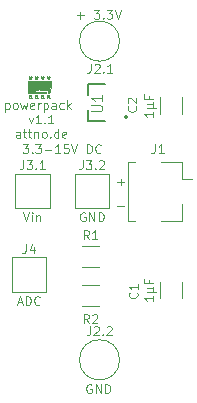
<source format=gbr>
%TF.GenerationSoftware,KiCad,Pcbnew,(5.1.8)-1*%
%TF.CreationDate,2021-05-26T18:46:05+02:00*%
%TF.ProjectId,powerpack,706f7765-7270-4616-936b-2e6b69636164,rev?*%
%TF.SameCoordinates,Original*%
%TF.FileFunction,Legend,Top*%
%TF.FilePolarity,Positive*%
%FSLAX46Y46*%
G04 Gerber Fmt 4.6, Leading zero omitted, Abs format (unit mm)*
G04 Created by KiCad (PCBNEW (5.1.8)-1) date 2021-05-26 18:46:05*
%MOMM*%
%LPD*%
G01*
G04 APERTURE LIST*
%ADD10C,0.075000*%
%ADD11C,0.100000*%
%ADD12C,0.010000*%
%ADD13C,0.120000*%
%ADD14C,0.200000*%
%ADD15C,0.127000*%
%ADD16C,0.015000*%
G04 APERTURE END LIST*
D10*
X176447485Y-33835571D02*
X177018914Y-33835571D01*
X176733200Y-34121285D02*
X176733200Y-33549857D01*
X176447485Y-35829471D02*
X177018914Y-35829471D01*
X173042485Y-19738571D02*
X173613914Y-19738571D01*
X173328200Y-20024285D02*
X173328200Y-19452857D01*
X174471057Y-19274285D02*
X174935342Y-19274285D01*
X174685342Y-19560000D01*
X174792485Y-19560000D01*
X174863914Y-19595714D01*
X174899628Y-19631428D01*
X174935342Y-19702857D01*
X174935342Y-19881428D01*
X174899628Y-19952857D01*
X174863914Y-19988571D01*
X174792485Y-20024285D01*
X174578200Y-20024285D01*
X174506771Y-19988571D01*
X174471057Y-19952857D01*
X175256771Y-19952857D02*
X175292485Y-19988571D01*
X175256771Y-20024285D01*
X175221057Y-19988571D01*
X175256771Y-19952857D01*
X175256771Y-20024285D01*
X175542485Y-19274285D02*
X176006771Y-19274285D01*
X175756771Y-19560000D01*
X175863914Y-19560000D01*
X175935342Y-19595714D01*
X175971057Y-19631428D01*
X176006771Y-19702857D01*
X176006771Y-19881428D01*
X175971057Y-19952857D01*
X175935342Y-19988571D01*
X175863914Y-20024285D01*
X175649628Y-20024285D01*
X175578200Y-19988571D01*
X175542485Y-19952857D01*
X176221057Y-19274285D02*
X176471057Y-20024285D01*
X176721057Y-19274285D01*
X174256771Y-50983800D02*
X174185342Y-50948085D01*
X174078200Y-50948085D01*
X173971057Y-50983800D01*
X173899628Y-51055228D01*
X173863914Y-51126657D01*
X173828200Y-51269514D01*
X173828200Y-51376657D01*
X173863914Y-51519514D01*
X173899628Y-51590942D01*
X173971057Y-51662371D01*
X174078200Y-51698085D01*
X174149628Y-51698085D01*
X174256771Y-51662371D01*
X174292485Y-51626657D01*
X174292485Y-51376657D01*
X174149628Y-51376657D01*
X174613914Y-51698085D02*
X174613914Y-50948085D01*
X175042485Y-51698085D01*
X175042485Y-50948085D01*
X175399628Y-51698085D02*
X175399628Y-50948085D01*
X175578200Y-50948085D01*
X175685342Y-50983800D01*
X175756771Y-51055228D01*
X175792485Y-51126657D01*
X175828200Y-51269514D01*
X175828200Y-51376657D01*
X175792485Y-51519514D01*
X175756771Y-51590942D01*
X175685342Y-51662371D01*
X175578200Y-51698085D01*
X175399628Y-51698085D01*
D11*
X166964285Y-27154285D02*
X166964285Y-27904285D01*
X166964285Y-27190000D02*
X167035714Y-27154285D01*
X167178571Y-27154285D01*
X167250000Y-27190000D01*
X167285714Y-27225714D01*
X167321428Y-27297142D01*
X167321428Y-27511428D01*
X167285714Y-27582857D01*
X167250000Y-27618571D01*
X167178571Y-27654285D01*
X167035714Y-27654285D01*
X166964285Y-27618571D01*
X167750000Y-27654285D02*
X167678571Y-27618571D01*
X167642857Y-27582857D01*
X167607142Y-27511428D01*
X167607142Y-27297142D01*
X167642857Y-27225714D01*
X167678571Y-27190000D01*
X167750000Y-27154285D01*
X167857142Y-27154285D01*
X167928571Y-27190000D01*
X167964285Y-27225714D01*
X168000000Y-27297142D01*
X168000000Y-27511428D01*
X167964285Y-27582857D01*
X167928571Y-27618571D01*
X167857142Y-27654285D01*
X167750000Y-27654285D01*
X168250000Y-27154285D02*
X168392857Y-27654285D01*
X168535714Y-27297142D01*
X168678571Y-27654285D01*
X168821428Y-27154285D01*
X169392857Y-27618571D02*
X169321428Y-27654285D01*
X169178571Y-27654285D01*
X169107142Y-27618571D01*
X169071428Y-27547142D01*
X169071428Y-27261428D01*
X169107142Y-27190000D01*
X169178571Y-27154285D01*
X169321428Y-27154285D01*
X169392857Y-27190000D01*
X169428571Y-27261428D01*
X169428571Y-27332857D01*
X169071428Y-27404285D01*
X169750000Y-27654285D02*
X169750000Y-27154285D01*
X169750000Y-27297142D02*
X169785714Y-27225714D01*
X169821428Y-27190000D01*
X169892857Y-27154285D01*
X169964285Y-27154285D01*
X170214285Y-27154285D02*
X170214285Y-27904285D01*
X170214285Y-27190000D02*
X170285714Y-27154285D01*
X170428571Y-27154285D01*
X170500000Y-27190000D01*
X170535714Y-27225714D01*
X170571428Y-27297142D01*
X170571428Y-27511428D01*
X170535714Y-27582857D01*
X170500000Y-27618571D01*
X170428571Y-27654285D01*
X170285714Y-27654285D01*
X170214285Y-27618571D01*
X171214285Y-27654285D02*
X171214285Y-27261428D01*
X171178571Y-27190000D01*
X171107142Y-27154285D01*
X170964285Y-27154285D01*
X170892857Y-27190000D01*
X171214285Y-27618571D02*
X171142857Y-27654285D01*
X170964285Y-27654285D01*
X170892857Y-27618571D01*
X170857142Y-27547142D01*
X170857142Y-27475714D01*
X170892857Y-27404285D01*
X170964285Y-27368571D01*
X171142857Y-27368571D01*
X171214285Y-27332857D01*
X171892857Y-27618571D02*
X171821428Y-27654285D01*
X171678571Y-27654285D01*
X171607142Y-27618571D01*
X171571428Y-27582857D01*
X171535714Y-27511428D01*
X171535714Y-27297142D01*
X171571428Y-27225714D01*
X171607142Y-27190000D01*
X171678571Y-27154285D01*
X171821428Y-27154285D01*
X171892857Y-27190000D01*
X172214285Y-27654285D02*
X172214285Y-26904285D01*
X172285714Y-27368571D02*
X172500000Y-27654285D01*
X172500000Y-27154285D02*
X172214285Y-27440000D01*
X168928571Y-28379285D02*
X169107142Y-28879285D01*
X169285714Y-28379285D01*
X169964285Y-28879285D02*
X169535714Y-28879285D01*
X169750000Y-28879285D02*
X169750000Y-28129285D01*
X169678571Y-28236428D01*
X169607142Y-28307857D01*
X169535714Y-28343571D01*
X170285714Y-28807857D02*
X170321428Y-28843571D01*
X170285714Y-28879285D01*
X170250000Y-28843571D01*
X170285714Y-28807857D01*
X170285714Y-28879285D01*
X171035714Y-28879285D02*
X170607142Y-28879285D01*
X170821428Y-28879285D02*
X170821428Y-28129285D01*
X170750000Y-28236428D01*
X170678571Y-28307857D01*
X170607142Y-28343571D01*
X168214285Y-30104285D02*
X168214285Y-29711428D01*
X168178571Y-29640000D01*
X168107142Y-29604285D01*
X167964285Y-29604285D01*
X167892857Y-29640000D01*
X168214285Y-30068571D02*
X168142857Y-30104285D01*
X167964285Y-30104285D01*
X167892857Y-30068571D01*
X167857142Y-29997142D01*
X167857142Y-29925714D01*
X167892857Y-29854285D01*
X167964285Y-29818571D01*
X168142857Y-29818571D01*
X168214285Y-29782857D01*
X168464285Y-29604285D02*
X168750000Y-29604285D01*
X168571428Y-29354285D02*
X168571428Y-29997142D01*
X168607142Y-30068571D01*
X168678571Y-30104285D01*
X168750000Y-30104285D01*
X168892857Y-29604285D02*
X169178571Y-29604285D01*
X169000000Y-29354285D02*
X169000000Y-29997142D01*
X169035714Y-30068571D01*
X169107142Y-30104285D01*
X169178571Y-30104285D01*
X169428571Y-29604285D02*
X169428571Y-30104285D01*
X169428571Y-29675714D02*
X169464285Y-29640000D01*
X169535714Y-29604285D01*
X169642857Y-29604285D01*
X169714285Y-29640000D01*
X169750000Y-29711428D01*
X169750000Y-30104285D01*
X170214285Y-30104285D02*
X170142857Y-30068571D01*
X170107142Y-30032857D01*
X170071428Y-29961428D01*
X170071428Y-29747142D01*
X170107142Y-29675714D01*
X170142857Y-29640000D01*
X170214285Y-29604285D01*
X170321428Y-29604285D01*
X170392857Y-29640000D01*
X170428571Y-29675714D01*
X170464285Y-29747142D01*
X170464285Y-29961428D01*
X170428571Y-30032857D01*
X170392857Y-30068571D01*
X170321428Y-30104285D01*
X170214285Y-30104285D01*
X170785714Y-30032857D02*
X170821428Y-30068571D01*
X170785714Y-30104285D01*
X170750000Y-30068571D01*
X170785714Y-30032857D01*
X170785714Y-30104285D01*
X171464285Y-30104285D02*
X171464285Y-29354285D01*
X171464285Y-30068571D02*
X171392857Y-30104285D01*
X171250000Y-30104285D01*
X171178571Y-30068571D01*
X171142857Y-30032857D01*
X171107142Y-29961428D01*
X171107142Y-29747142D01*
X171142857Y-29675714D01*
X171178571Y-29640000D01*
X171250000Y-29604285D01*
X171392857Y-29604285D01*
X171464285Y-29640000D01*
X172107142Y-30068571D02*
X172035714Y-30104285D01*
X171892857Y-30104285D01*
X171821428Y-30068571D01*
X171785714Y-29997142D01*
X171785714Y-29711428D01*
X171821428Y-29640000D01*
X171892857Y-29604285D01*
X172035714Y-29604285D01*
X172107142Y-29640000D01*
X172142857Y-29711428D01*
X172142857Y-29782857D01*
X171785714Y-29854285D01*
X168446071Y-30640785D02*
X168910357Y-30640785D01*
X168660357Y-30926500D01*
X168767500Y-30926500D01*
X168838928Y-30962214D01*
X168874642Y-30997928D01*
X168910357Y-31069357D01*
X168910357Y-31247928D01*
X168874642Y-31319357D01*
X168838928Y-31355071D01*
X168767500Y-31390785D01*
X168553214Y-31390785D01*
X168481785Y-31355071D01*
X168446071Y-31319357D01*
X169231785Y-31319357D02*
X169267500Y-31355071D01*
X169231785Y-31390785D01*
X169196071Y-31355071D01*
X169231785Y-31319357D01*
X169231785Y-31390785D01*
X169517500Y-30640785D02*
X169981785Y-30640785D01*
X169731785Y-30926500D01*
X169838928Y-30926500D01*
X169910357Y-30962214D01*
X169946071Y-30997928D01*
X169981785Y-31069357D01*
X169981785Y-31247928D01*
X169946071Y-31319357D01*
X169910357Y-31355071D01*
X169838928Y-31390785D01*
X169624642Y-31390785D01*
X169553214Y-31355071D01*
X169517500Y-31319357D01*
X170303214Y-31105071D02*
X170874642Y-31105071D01*
X171624642Y-31390785D02*
X171196071Y-31390785D01*
X171410357Y-31390785D02*
X171410357Y-30640785D01*
X171338928Y-30747928D01*
X171267500Y-30819357D01*
X171196071Y-30855071D01*
X172303214Y-30640785D02*
X171946071Y-30640785D01*
X171910357Y-30997928D01*
X171946071Y-30962214D01*
X172017500Y-30926500D01*
X172196071Y-30926500D01*
X172267500Y-30962214D01*
X172303214Y-30997928D01*
X172338928Y-31069357D01*
X172338928Y-31247928D01*
X172303214Y-31319357D01*
X172267500Y-31355071D01*
X172196071Y-31390785D01*
X172017500Y-31390785D01*
X171946071Y-31355071D01*
X171910357Y-31319357D01*
X172553214Y-30640785D02*
X172803214Y-31390785D01*
X173053214Y-30640785D01*
X173874642Y-31390785D02*
X173874642Y-30640785D01*
X174053214Y-30640785D01*
X174160357Y-30676500D01*
X174231785Y-30747928D01*
X174267500Y-30819357D01*
X174303214Y-30962214D01*
X174303214Y-31069357D01*
X174267500Y-31212214D01*
X174231785Y-31283642D01*
X174160357Y-31355071D01*
X174053214Y-31390785D01*
X173874642Y-31390785D01*
X175053214Y-31319357D02*
X175017500Y-31355071D01*
X174910357Y-31390785D01*
X174838928Y-31390785D01*
X174731785Y-31355071D01*
X174660357Y-31283642D01*
X174624642Y-31212214D01*
X174588928Y-31069357D01*
X174588928Y-30962214D01*
X174624642Y-30819357D01*
X174660357Y-30747928D01*
X174731785Y-30676500D01*
X174838928Y-30640785D01*
X174910357Y-30640785D01*
X175017500Y-30676500D01*
X175053214Y-30712214D01*
D12*
%TO.C,G\u002A\u002A\u002A*%
G36*
X169018000Y-26689000D02*
G01*
X168975666Y-26731334D01*
X168933333Y-26689000D01*
X168975666Y-26646667D01*
X169018000Y-26689000D01*
G37*
X169018000Y-26689000D02*
X168975666Y-26731334D01*
X168933333Y-26689000D01*
X168975666Y-26646667D01*
X169018000Y-26689000D01*
G36*
X169187333Y-26689000D02*
G01*
X169145000Y-26731334D01*
X169102666Y-26689000D01*
X169145000Y-26646667D01*
X169187333Y-26689000D01*
G37*
X169187333Y-26689000D02*
X169145000Y-26731334D01*
X169102666Y-26689000D01*
X169145000Y-26646667D01*
X169187333Y-26689000D01*
G36*
X169526000Y-26689000D02*
G01*
X169483666Y-26731334D01*
X169441333Y-26689000D01*
X169483666Y-26646667D01*
X169526000Y-26689000D01*
G37*
X169526000Y-26689000D02*
X169483666Y-26731334D01*
X169441333Y-26689000D01*
X169483666Y-26646667D01*
X169526000Y-26689000D01*
G36*
X169695333Y-26689000D02*
G01*
X169653000Y-26731334D01*
X169610666Y-26689000D01*
X169653000Y-26646667D01*
X169695333Y-26689000D01*
G37*
X169695333Y-26689000D02*
X169653000Y-26731334D01*
X169610666Y-26689000D01*
X169653000Y-26646667D01*
X169695333Y-26689000D01*
G36*
X170034000Y-26689000D02*
G01*
X169991666Y-26731334D01*
X169949333Y-26689000D01*
X169991666Y-26646667D01*
X170034000Y-26689000D01*
G37*
X170034000Y-26689000D02*
X169991666Y-26731334D01*
X169949333Y-26689000D01*
X169991666Y-26646667D01*
X170034000Y-26689000D01*
G36*
X170203333Y-26689000D02*
G01*
X170161000Y-26731334D01*
X170118666Y-26689000D01*
X170161000Y-26646667D01*
X170203333Y-26689000D01*
G37*
X170203333Y-26689000D02*
X170161000Y-26731334D01*
X170118666Y-26689000D01*
X170161000Y-26646667D01*
X170203333Y-26689000D01*
G36*
X170692110Y-26505785D02*
G01*
X170669000Y-26543115D01*
X170536910Y-26664488D01*
X170520833Y-26682930D01*
X170468024Y-26683665D01*
X170457333Y-26618445D01*
X170526278Y-26499514D01*
X170605500Y-26478630D01*
X170692110Y-26505785D01*
G37*
X170692110Y-26505785D02*
X170669000Y-26543115D01*
X170536910Y-26664488D01*
X170520833Y-26682930D01*
X170468024Y-26683665D01*
X170457333Y-26618445D01*
X170526278Y-26499514D01*
X170605500Y-26478630D01*
X170692110Y-26505785D01*
G36*
X170711333Y-26689000D02*
G01*
X170669000Y-26731334D01*
X170626666Y-26689000D01*
X170669000Y-26646667D01*
X170711333Y-26689000D01*
G37*
X170711333Y-26689000D02*
X170669000Y-26731334D01*
X170626666Y-26689000D01*
X170669000Y-26646667D01*
X170711333Y-26689000D01*
G36*
X169164402Y-26510847D02*
G01*
X169139151Y-26549329D01*
X169053277Y-26555316D01*
X168962935Y-26534639D01*
X169002124Y-26504163D01*
X169134448Y-26494070D01*
X169164402Y-26510847D01*
G37*
X169164402Y-26510847D02*
X169139151Y-26549329D01*
X169053277Y-26555316D01*
X168962935Y-26534639D01*
X169002124Y-26504163D01*
X169134448Y-26494070D01*
X169164402Y-26510847D01*
G36*
X169672402Y-26510847D02*
G01*
X169647151Y-26549329D01*
X169561277Y-26555316D01*
X169470935Y-26534639D01*
X169510125Y-26504163D01*
X169642448Y-26494070D01*
X169672402Y-26510847D01*
G37*
X169672402Y-26510847D02*
X169647151Y-26549329D01*
X169561277Y-26555316D01*
X169470935Y-26534639D01*
X169510125Y-26504163D01*
X169642448Y-26494070D01*
X169672402Y-26510847D01*
G36*
X170180402Y-26510847D02*
G01*
X170155151Y-26549329D01*
X170069277Y-26555316D01*
X169978935Y-26534639D01*
X170018125Y-26504163D01*
X170150448Y-26494070D01*
X170180402Y-26510847D01*
G37*
X170180402Y-26510847D02*
X170155151Y-26549329D01*
X170069277Y-26555316D01*
X169978935Y-26534639D01*
X170018125Y-26504163D01*
X170150448Y-26494070D01*
X170180402Y-26510847D01*
G36*
X170796000Y-25800000D02*
G01*
X170788745Y-26085976D01*
X170759782Y-26239520D01*
X170698306Y-26297179D01*
X170647833Y-26301316D01*
X170567600Y-26279632D01*
X170605500Y-26251927D01*
X170712080Y-26175973D01*
X170669882Y-26110734D01*
X170499358Y-26072826D01*
X170380554Y-26069179D01*
X170144811Y-26058979D01*
X169980393Y-26027970D01*
X169961115Y-26018948D01*
X169826243Y-25996590D01*
X169643808Y-26023236D01*
X169490811Y-26081088D01*
X169441333Y-26139089D01*
X169518024Y-26176191D01*
X169716261Y-26202793D01*
X169918048Y-26211515D01*
X170186422Y-26222085D01*
X170378806Y-26243382D01*
X170440159Y-26262605D01*
X170381740Y-26281850D01*
X170187805Y-26297049D01*
X169892160Y-26306216D01*
X169667111Y-26308000D01*
X168848666Y-26308000D01*
X168848666Y-25292000D01*
X170796000Y-25292000D01*
X170796000Y-25800000D01*
G37*
X170796000Y-25800000D02*
X170788745Y-26085976D01*
X170759782Y-26239520D01*
X170698306Y-26297179D01*
X170647833Y-26301316D01*
X170567600Y-26279632D01*
X170605500Y-26251927D01*
X170712080Y-26175973D01*
X170669882Y-26110734D01*
X170499358Y-26072826D01*
X170380554Y-26069179D01*
X170144811Y-26058979D01*
X169980393Y-26027970D01*
X169961115Y-26018948D01*
X169826243Y-25996590D01*
X169643808Y-26023236D01*
X169490811Y-26081088D01*
X169441333Y-26139089D01*
X169518024Y-26176191D01*
X169716261Y-26202793D01*
X169918048Y-26211515D01*
X170186422Y-26222085D01*
X170378806Y-26243382D01*
X170440159Y-26262605D01*
X170381740Y-26281850D01*
X170187805Y-26297049D01*
X169892160Y-26306216D01*
X169667111Y-26308000D01*
X168848666Y-26308000D01*
X168848666Y-25292000D01*
X170796000Y-25292000D01*
X170796000Y-25800000D01*
G36*
X169164402Y-25071514D02*
G01*
X169139151Y-25109996D01*
X169053277Y-25115983D01*
X168962935Y-25095305D01*
X169002124Y-25064830D01*
X169134448Y-25054736D01*
X169164402Y-25071514D01*
G37*
X169164402Y-25071514D02*
X169139151Y-25109996D01*
X169053277Y-25115983D01*
X168962935Y-25095305D01*
X169002124Y-25064830D01*
X169134448Y-25054736D01*
X169164402Y-25071514D01*
G36*
X169672402Y-25071514D02*
G01*
X169647151Y-25109996D01*
X169561277Y-25115983D01*
X169470935Y-25095305D01*
X169510125Y-25064830D01*
X169642448Y-25054736D01*
X169672402Y-25071514D01*
G37*
X169672402Y-25071514D02*
X169647151Y-25109996D01*
X169561277Y-25115983D01*
X169470935Y-25095305D01*
X169510125Y-25064830D01*
X169642448Y-25054736D01*
X169672402Y-25071514D01*
G36*
X170015114Y-24911000D02*
G01*
X170136488Y-25043089D01*
X170154929Y-25059167D01*
X170155665Y-25111976D01*
X170090444Y-25122667D01*
X169971513Y-25053722D01*
X169950629Y-24974500D01*
X169977784Y-24887890D01*
X170015114Y-24911000D01*
G37*
X170015114Y-24911000D02*
X170136488Y-25043089D01*
X170154929Y-25059167D01*
X170155665Y-25111976D01*
X170090444Y-25122667D01*
X169971513Y-25053722D01*
X169950629Y-24974500D01*
X169977784Y-24887890D01*
X170015114Y-24911000D01*
G36*
X170523114Y-24911000D02*
G01*
X170644488Y-25043089D01*
X170662929Y-25059167D01*
X170663665Y-25111976D01*
X170598444Y-25122667D01*
X170479513Y-25053722D01*
X170458629Y-24974500D01*
X170485784Y-24887890D01*
X170523114Y-24911000D01*
G37*
X170523114Y-24911000D02*
X170644488Y-25043089D01*
X170662929Y-25059167D01*
X170663665Y-25111976D01*
X170598444Y-25122667D01*
X170479513Y-25053722D01*
X170458629Y-24974500D01*
X170485784Y-24887890D01*
X170523114Y-24911000D01*
G36*
X169018000Y-24911000D02*
G01*
X168975666Y-24953334D01*
X168933333Y-24911000D01*
X168975666Y-24868667D01*
X169018000Y-24911000D01*
G37*
X169018000Y-24911000D02*
X168975666Y-24953334D01*
X168933333Y-24911000D01*
X168975666Y-24868667D01*
X169018000Y-24911000D01*
G36*
X169187333Y-24911000D02*
G01*
X169145000Y-24953334D01*
X169102666Y-24911000D01*
X169145000Y-24868667D01*
X169187333Y-24911000D01*
G37*
X169187333Y-24911000D02*
X169145000Y-24953334D01*
X169102666Y-24911000D01*
X169145000Y-24868667D01*
X169187333Y-24911000D01*
G36*
X169526000Y-24911000D02*
G01*
X169483666Y-24953334D01*
X169441333Y-24911000D01*
X169483666Y-24868667D01*
X169526000Y-24911000D01*
G37*
X169526000Y-24911000D02*
X169483666Y-24953334D01*
X169441333Y-24911000D01*
X169483666Y-24868667D01*
X169526000Y-24911000D01*
G36*
X169695333Y-24911000D02*
G01*
X169653000Y-24953334D01*
X169610666Y-24911000D01*
X169653000Y-24868667D01*
X169695333Y-24911000D01*
G37*
X169695333Y-24911000D02*
X169653000Y-24953334D01*
X169610666Y-24911000D01*
X169653000Y-24868667D01*
X169695333Y-24911000D01*
G36*
X170203333Y-24911000D02*
G01*
X170161000Y-24953334D01*
X170118666Y-24911000D01*
X170161000Y-24868667D01*
X170203333Y-24911000D01*
G37*
X170203333Y-24911000D02*
X170161000Y-24953334D01*
X170118666Y-24911000D01*
X170161000Y-24868667D01*
X170203333Y-24911000D01*
G36*
X170711333Y-24911000D02*
G01*
X170669000Y-24953334D01*
X170626666Y-24911000D01*
X170669000Y-24868667D01*
X170711333Y-24911000D01*
G37*
X170711333Y-24911000D02*
X170669000Y-24953334D01*
X170626666Y-24911000D01*
X170669000Y-24868667D01*
X170711333Y-24911000D01*
D13*
%TO.C,R2*%
X173447937Y-42545001D02*
X174902065Y-42545001D01*
X173447937Y-44365001D02*
X174902065Y-44365001D01*
%TO.C,R1*%
X173447937Y-39255001D02*
X174902065Y-39255001D01*
X173447937Y-41075001D02*
X174902065Y-41075001D01*
%TO.C,J4*%
X167500000Y-40210000D02*
X170400000Y-40210000D01*
X170400000Y-40210000D02*
X170400000Y-43110000D01*
X170400000Y-43110000D02*
X167500000Y-43110000D01*
X167500000Y-43110000D02*
X167500000Y-40210000D01*
%TO.C,J2.1*%
X176642500Y-21907500D02*
G75*
G03*
X176642500Y-21907500I-1700000J0D01*
G01*
D14*
%TO.C,U1*%
X177275800Y-28327200D02*
G75*
G03*
X177275800Y-28327200I-100000J0D01*
G01*
D15*
X173925800Y-28697200D02*
X175425800Y-28697200D01*
X173925800Y-25557200D02*
X173925800Y-26507200D01*
X175425800Y-25557200D02*
X173925800Y-25557200D01*
X173925800Y-27747200D02*
X173925800Y-28697200D01*
D13*
%TO.C,C1*%
X180090000Y-42265548D02*
X180090000Y-43688052D01*
X181910000Y-42265548D02*
X181910000Y-43688052D01*
%TO.C,C2*%
X181910000Y-26669948D02*
X181910000Y-28092452D01*
X180090000Y-26669948D02*
X180090000Y-28092452D01*
%TO.C,J1*%
X180152400Y-32135600D02*
X181902400Y-32135600D01*
X181902400Y-32135600D02*
X181902400Y-33585600D01*
X181902400Y-33585600D02*
X182792400Y-33585600D01*
X180152400Y-37155600D02*
X181902400Y-37155600D01*
X181902400Y-37155600D02*
X181902400Y-35705600D01*
X177932400Y-32135600D02*
X177382400Y-32135600D01*
X177382400Y-32135600D02*
X177382400Y-37155600D01*
X177382400Y-37155600D02*
X177932400Y-37155600D01*
%TO.C,J3.2*%
X172844800Y-33119400D02*
X175744800Y-33119400D01*
X175744800Y-33119400D02*
X175744800Y-36019400D01*
X175744800Y-36019400D02*
X172844800Y-36019400D01*
X172844800Y-36019400D02*
X172844800Y-33119400D01*
%TO.C,J3.1*%
X167815600Y-36019400D02*
X167815600Y-33119400D01*
X170715600Y-36019400D02*
X167815600Y-36019400D01*
X170715600Y-33119400D02*
X170715600Y-36019400D01*
X167815600Y-33119400D02*
X170715600Y-33119400D01*
%TO.C,J2.2*%
X176642500Y-48895000D02*
G75*
G03*
X176642500Y-48895000I-1700000J0D01*
G01*
%TO.C,R2*%
D11*
X174045000Y-45779285D02*
X173795000Y-45422142D01*
X173616428Y-45779285D02*
X173616428Y-45029285D01*
X173902142Y-45029285D01*
X173973571Y-45065000D01*
X174009285Y-45100714D01*
X174045000Y-45172142D01*
X174045000Y-45279285D01*
X174009285Y-45350714D01*
X173973571Y-45386428D01*
X173902142Y-45422142D01*
X173616428Y-45422142D01*
X174330714Y-45100714D02*
X174366428Y-45065000D01*
X174437857Y-45029285D01*
X174616428Y-45029285D01*
X174687857Y-45065000D01*
X174723571Y-45100714D01*
X174759285Y-45172142D01*
X174759285Y-45243571D01*
X174723571Y-45350714D01*
X174295000Y-45779285D01*
X174759285Y-45779285D01*
%TO.C,R1*%
X174050001Y-38684286D02*
X173800001Y-38327143D01*
X173621429Y-38684286D02*
X173621429Y-37934286D01*
X173907143Y-37934286D01*
X173978572Y-37970001D01*
X174014286Y-38005715D01*
X174050001Y-38077143D01*
X174050001Y-38184286D01*
X174014286Y-38255715D01*
X173978572Y-38291429D01*
X173907143Y-38327143D01*
X173621429Y-38327143D01*
X174764286Y-38684286D02*
X174335715Y-38684286D01*
X174550001Y-38684286D02*
X174550001Y-37934286D01*
X174478572Y-38041429D01*
X174407143Y-38112858D01*
X174335715Y-38148572D01*
%TO.C,J4*%
X168700000Y-39101285D02*
X168700000Y-39637000D01*
X168664285Y-39744142D01*
X168592857Y-39815571D01*
X168485714Y-39851285D01*
X168414285Y-39851285D01*
X169378571Y-39351285D02*
X169378571Y-39851285D01*
X169200000Y-39065571D02*
X169021428Y-39601285D01*
X169485714Y-39601285D01*
X168021428Y-44035000D02*
X168378571Y-44035000D01*
X167950000Y-44249285D02*
X168200000Y-43499285D01*
X168450000Y-44249285D01*
X168700000Y-44249285D02*
X168700000Y-43499285D01*
X168878571Y-43499285D01*
X168985714Y-43535000D01*
X169057142Y-43606428D01*
X169092857Y-43677857D01*
X169128571Y-43820714D01*
X169128571Y-43927857D01*
X169092857Y-44070714D01*
X169057142Y-44142142D01*
X168985714Y-44213571D01*
X168878571Y-44249285D01*
X168700000Y-44249285D01*
X169878571Y-44177857D02*
X169842857Y-44213571D01*
X169735714Y-44249285D01*
X169664285Y-44249285D01*
X169557142Y-44213571D01*
X169485714Y-44142142D01*
X169450000Y-44070714D01*
X169414285Y-43927857D01*
X169414285Y-43820714D01*
X169450000Y-43677857D01*
X169485714Y-43606428D01*
X169557142Y-43535000D01*
X169664285Y-43499285D01*
X169735714Y-43499285D01*
X169842857Y-43535000D01*
X169878571Y-43570714D01*
%TO.C,J2.1*%
X174204285Y-23829285D02*
X174204285Y-24365000D01*
X174168571Y-24472142D01*
X174097142Y-24543571D01*
X173990000Y-24579285D01*
X173918571Y-24579285D01*
X174525714Y-23900714D02*
X174561428Y-23865000D01*
X174632857Y-23829285D01*
X174811428Y-23829285D01*
X174882857Y-23865000D01*
X174918571Y-23900714D01*
X174954285Y-23972142D01*
X174954285Y-24043571D01*
X174918571Y-24150714D01*
X174490000Y-24579285D01*
X174954285Y-24579285D01*
X175275714Y-24507857D02*
X175311428Y-24543571D01*
X175275714Y-24579285D01*
X175240000Y-24543571D01*
X175275714Y-24507857D01*
X175275714Y-24579285D01*
X176025714Y-24579285D02*
X175597142Y-24579285D01*
X175811428Y-24579285D02*
X175811428Y-23829285D01*
X175740000Y-23936428D01*
X175668571Y-24007857D01*
X175597142Y-24043571D01*
%TO.C,U1*%
D16*
X174259142Y-27863714D02*
X174987714Y-27863714D01*
X175073428Y-27820857D01*
X175116285Y-27778000D01*
X175159142Y-27692285D01*
X175159142Y-27520857D01*
X175116285Y-27435142D01*
X175073428Y-27392285D01*
X174987714Y-27349428D01*
X174259142Y-27349428D01*
X175159142Y-26449428D02*
X175159142Y-26963714D01*
X175159142Y-26706571D02*
X174259142Y-26706571D01*
X174387714Y-26792285D01*
X174473428Y-26878000D01*
X174516285Y-26963714D01*
%TO.C,C1*%
D11*
X178092857Y-43203400D02*
X178128571Y-43239114D01*
X178164285Y-43346257D01*
X178164285Y-43417685D01*
X178128571Y-43524828D01*
X178057142Y-43596257D01*
X177985714Y-43631971D01*
X177842857Y-43667685D01*
X177735714Y-43667685D01*
X177592857Y-43631971D01*
X177521428Y-43596257D01*
X177450000Y-43524828D01*
X177414285Y-43417685D01*
X177414285Y-43346257D01*
X177450000Y-43239114D01*
X177485714Y-43203400D01*
X178164285Y-42489114D02*
X178164285Y-42917685D01*
X178164285Y-42703400D02*
X177414285Y-42703400D01*
X177521428Y-42774828D01*
X177592857Y-42846257D01*
X177628571Y-42917685D01*
X179489285Y-43476800D02*
X179489285Y-43905371D01*
X179489285Y-43691085D02*
X178739285Y-43691085D01*
X178846428Y-43762514D01*
X178917857Y-43833942D01*
X178953571Y-43905371D01*
X178989285Y-43155371D02*
X179739285Y-43155371D01*
X179382142Y-42798228D02*
X179453571Y-42762514D01*
X179489285Y-42691085D01*
X179382142Y-43155371D02*
X179453571Y-43119657D01*
X179489285Y-43048228D01*
X179489285Y-42905371D01*
X179453571Y-42833942D01*
X179382142Y-42798228D01*
X178989285Y-42798228D01*
X179096428Y-42119657D02*
X179096428Y-42369657D01*
X179489285Y-42369657D02*
X178739285Y-42369657D01*
X178739285Y-42012514D01*
%TO.C,C2*%
X177991257Y-27404600D02*
X178026971Y-27440314D01*
X178062685Y-27547457D01*
X178062685Y-27618885D01*
X178026971Y-27726028D01*
X177955542Y-27797457D01*
X177884114Y-27833171D01*
X177741257Y-27868885D01*
X177634114Y-27868885D01*
X177491257Y-27833171D01*
X177419828Y-27797457D01*
X177348400Y-27726028D01*
X177312685Y-27618885D01*
X177312685Y-27547457D01*
X177348400Y-27440314D01*
X177384114Y-27404600D01*
X177384114Y-27118885D02*
X177348400Y-27083171D01*
X177312685Y-27011742D01*
X177312685Y-26833171D01*
X177348400Y-26761742D01*
X177384114Y-26726028D01*
X177455542Y-26690314D01*
X177526971Y-26690314D01*
X177634114Y-26726028D01*
X178062685Y-27154600D01*
X178062685Y-26690314D01*
X179489285Y-27881200D02*
X179489285Y-28309771D01*
X179489285Y-28095485D02*
X178739285Y-28095485D01*
X178846428Y-28166914D01*
X178917857Y-28238342D01*
X178953571Y-28309771D01*
X178989285Y-27559771D02*
X179739285Y-27559771D01*
X179382142Y-27202628D02*
X179453571Y-27166914D01*
X179489285Y-27095485D01*
X179382142Y-27559771D02*
X179453571Y-27524057D01*
X179489285Y-27452628D01*
X179489285Y-27309771D01*
X179453571Y-27238342D01*
X179382142Y-27202628D01*
X178989285Y-27202628D01*
X179096428Y-26524057D02*
X179096428Y-26774057D01*
X179489285Y-26774057D02*
X178739285Y-26774057D01*
X178739285Y-26416914D01*
%TO.C,J1*%
X179620000Y-30639285D02*
X179620000Y-31175000D01*
X179584285Y-31282142D01*
X179512857Y-31353571D01*
X179405714Y-31389285D01*
X179334285Y-31389285D01*
X180370000Y-31389285D02*
X179941428Y-31389285D01*
X180155714Y-31389285D02*
X180155714Y-30639285D01*
X180084285Y-30746428D01*
X180012857Y-30817857D01*
X179941428Y-30853571D01*
%TO.C,J3.2*%
X173509085Y-32010685D02*
X173509085Y-32546400D01*
X173473371Y-32653542D01*
X173401942Y-32724971D01*
X173294800Y-32760685D01*
X173223371Y-32760685D01*
X173794800Y-32010685D02*
X174259085Y-32010685D01*
X174009085Y-32296400D01*
X174116228Y-32296400D01*
X174187657Y-32332114D01*
X174223371Y-32367828D01*
X174259085Y-32439257D01*
X174259085Y-32617828D01*
X174223371Y-32689257D01*
X174187657Y-32724971D01*
X174116228Y-32760685D01*
X173901942Y-32760685D01*
X173830514Y-32724971D01*
X173794800Y-32689257D01*
X174580514Y-32689257D02*
X174616228Y-32724971D01*
X174580514Y-32760685D01*
X174544800Y-32724971D01*
X174580514Y-32689257D01*
X174580514Y-32760685D01*
X174901942Y-32082114D02*
X174937657Y-32046400D01*
X175009085Y-32010685D01*
X175187657Y-32010685D01*
X175259085Y-32046400D01*
X175294800Y-32082114D01*
X175330514Y-32153542D01*
X175330514Y-32224971D01*
X175294800Y-32332114D01*
X174866228Y-32760685D01*
X175330514Y-32760685D01*
X173723371Y-36444400D02*
X173651942Y-36408685D01*
X173544800Y-36408685D01*
X173437657Y-36444400D01*
X173366228Y-36515828D01*
X173330514Y-36587257D01*
X173294800Y-36730114D01*
X173294800Y-36837257D01*
X173330514Y-36980114D01*
X173366228Y-37051542D01*
X173437657Y-37122971D01*
X173544800Y-37158685D01*
X173616228Y-37158685D01*
X173723371Y-37122971D01*
X173759085Y-37087257D01*
X173759085Y-36837257D01*
X173616228Y-36837257D01*
X174080514Y-37158685D02*
X174080514Y-36408685D01*
X174509085Y-37158685D01*
X174509085Y-36408685D01*
X174866228Y-37158685D02*
X174866228Y-36408685D01*
X175044800Y-36408685D01*
X175151942Y-36444400D01*
X175223371Y-36515828D01*
X175259085Y-36587257D01*
X175294800Y-36730114D01*
X175294800Y-36837257D01*
X175259085Y-36980114D01*
X175223371Y-37051542D01*
X175151942Y-37122971D01*
X175044800Y-37158685D01*
X174866228Y-37158685D01*
%TO.C,J3.1*%
X168479885Y-32010685D02*
X168479885Y-32546400D01*
X168444171Y-32653542D01*
X168372742Y-32724971D01*
X168265600Y-32760685D01*
X168194171Y-32760685D01*
X168765600Y-32010685D02*
X169229885Y-32010685D01*
X168979885Y-32296400D01*
X169087028Y-32296400D01*
X169158457Y-32332114D01*
X169194171Y-32367828D01*
X169229885Y-32439257D01*
X169229885Y-32617828D01*
X169194171Y-32689257D01*
X169158457Y-32724971D01*
X169087028Y-32760685D01*
X168872742Y-32760685D01*
X168801314Y-32724971D01*
X168765600Y-32689257D01*
X169551314Y-32689257D02*
X169587028Y-32724971D01*
X169551314Y-32760685D01*
X169515600Y-32724971D01*
X169551314Y-32689257D01*
X169551314Y-32760685D01*
X170301314Y-32760685D02*
X169872742Y-32760685D01*
X170087028Y-32760685D02*
X170087028Y-32010685D01*
X170015600Y-32117828D01*
X169944171Y-32189257D01*
X169872742Y-32224971D01*
X168497742Y-36408685D02*
X168747742Y-37158685D01*
X168997742Y-36408685D01*
X169247742Y-37158685D02*
X169247742Y-36658685D01*
X169247742Y-36408685D02*
X169212028Y-36444400D01*
X169247742Y-36480114D01*
X169283457Y-36444400D01*
X169247742Y-36408685D01*
X169247742Y-36480114D01*
X169604885Y-36658685D02*
X169604885Y-37158685D01*
X169604885Y-36730114D02*
X169640600Y-36694400D01*
X169712028Y-36658685D01*
X169819171Y-36658685D01*
X169890600Y-36694400D01*
X169926314Y-36765828D01*
X169926314Y-37158685D01*
%TO.C,J2.2*%
X174144285Y-46059285D02*
X174144285Y-46595000D01*
X174108571Y-46702142D01*
X174037142Y-46773571D01*
X173930000Y-46809285D01*
X173858571Y-46809285D01*
X174465714Y-46130714D02*
X174501428Y-46095000D01*
X174572857Y-46059285D01*
X174751428Y-46059285D01*
X174822857Y-46095000D01*
X174858571Y-46130714D01*
X174894285Y-46202142D01*
X174894285Y-46273571D01*
X174858571Y-46380714D01*
X174430000Y-46809285D01*
X174894285Y-46809285D01*
X175215714Y-46737857D02*
X175251428Y-46773571D01*
X175215714Y-46809285D01*
X175180000Y-46773571D01*
X175215714Y-46737857D01*
X175215714Y-46809285D01*
X175537142Y-46130714D02*
X175572857Y-46095000D01*
X175644285Y-46059285D01*
X175822857Y-46059285D01*
X175894285Y-46095000D01*
X175930000Y-46130714D01*
X175965714Y-46202142D01*
X175965714Y-46273571D01*
X175930000Y-46380714D01*
X175501428Y-46809285D01*
X175965714Y-46809285D01*
%TD*%
M02*

</source>
